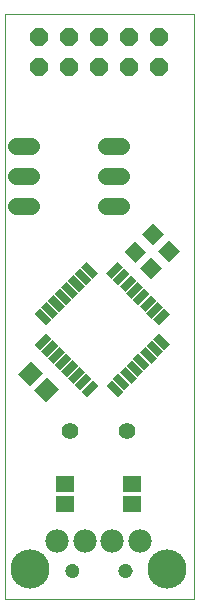
<source format=gts>
G75*
%MOIN*%
%OFA0B0*%
%FSLAX24Y24*%
%IPPOS*%
%LPD*%
%AMOC8*
5,1,8,0,0,1.08239X$1,22.5*
%
%ADD10C,0.0000*%
%ADD11C,0.0560*%
%ADD12C,0.0560*%
%ADD13R,0.0512X0.0512*%
%ADD14R,0.0540X0.0260*%
%ADD15R,0.0260X0.0540*%
%ADD16C,0.0780*%
%ADD17C,0.1306*%
%ADD18C,0.0473*%
%ADD19R,0.0631X0.0552*%
%ADD20R,0.0552X0.0631*%
%ADD21OC8,0.0600*%
D10*
X000980Y006148D02*
X000980Y025648D01*
X007280Y025648D01*
X007280Y006148D01*
X000980Y006148D01*
X003002Y007109D02*
X003004Y007138D01*
X003010Y007166D01*
X003019Y007194D01*
X003032Y007220D01*
X003049Y007243D01*
X003068Y007265D01*
X003090Y007284D01*
X003115Y007299D01*
X003141Y007312D01*
X003169Y007320D01*
X003197Y007325D01*
X003226Y007326D01*
X003255Y007323D01*
X003283Y007316D01*
X003310Y007306D01*
X003336Y007292D01*
X003359Y007275D01*
X003380Y007255D01*
X003398Y007232D01*
X003413Y007207D01*
X003424Y007180D01*
X003432Y007152D01*
X003436Y007123D01*
X003436Y007095D01*
X003432Y007066D01*
X003424Y007038D01*
X003413Y007011D01*
X003398Y006986D01*
X003380Y006963D01*
X003359Y006943D01*
X003336Y006926D01*
X003310Y006912D01*
X003283Y006902D01*
X003255Y006895D01*
X003226Y006892D01*
X003197Y006893D01*
X003169Y006898D01*
X003141Y006906D01*
X003115Y006919D01*
X003090Y006934D01*
X003068Y006953D01*
X003049Y006975D01*
X003032Y006998D01*
X003019Y007024D01*
X003010Y007052D01*
X003004Y007080D01*
X003002Y007109D01*
X004774Y007109D02*
X004776Y007138D01*
X004782Y007166D01*
X004791Y007194D01*
X004804Y007220D01*
X004821Y007243D01*
X004840Y007265D01*
X004862Y007284D01*
X004887Y007299D01*
X004913Y007312D01*
X004941Y007320D01*
X004969Y007325D01*
X004998Y007326D01*
X005027Y007323D01*
X005055Y007316D01*
X005082Y007306D01*
X005108Y007292D01*
X005131Y007275D01*
X005152Y007255D01*
X005170Y007232D01*
X005185Y007207D01*
X005196Y007180D01*
X005204Y007152D01*
X005208Y007123D01*
X005208Y007095D01*
X005204Y007066D01*
X005196Y007038D01*
X005185Y007011D01*
X005170Y006986D01*
X005152Y006963D01*
X005131Y006943D01*
X005108Y006926D01*
X005082Y006912D01*
X005055Y006902D01*
X005027Y006895D01*
X004998Y006892D01*
X004969Y006893D01*
X004941Y006898D01*
X004913Y006906D01*
X004887Y006919D01*
X004862Y006934D01*
X004840Y006953D01*
X004821Y006975D01*
X004804Y006998D01*
X004791Y007024D01*
X004782Y007052D01*
X004776Y007080D01*
X004774Y007109D01*
D11*
X005055Y011773D03*
X003155Y011773D03*
D12*
X004345Y019273D02*
X004865Y019273D01*
X004865Y020273D02*
X004345Y020273D01*
X004345Y021273D02*
X004865Y021273D01*
X001865Y021273D02*
X001345Y021273D01*
X001345Y020273D02*
X001865Y020273D01*
X001865Y019273D02*
X001345Y019273D01*
D13*
G36*
X005338Y018093D02*
X005700Y017731D01*
X005338Y017369D01*
X004976Y017731D01*
X005338Y018093D01*
G37*
G36*
X005863Y017543D02*
X006225Y017181D01*
X005863Y016819D01*
X005501Y017181D01*
X005863Y017543D01*
G37*
G36*
X005922Y018677D02*
X006284Y018315D01*
X005922Y017953D01*
X005560Y018315D01*
X005922Y018677D01*
G37*
G36*
X006447Y018127D02*
X006809Y017765D01*
X006447Y017403D01*
X006085Y017765D01*
X006447Y018127D01*
G37*
D14*
G36*
X006264Y015884D02*
X005884Y015504D01*
X005700Y015688D01*
X006080Y016068D01*
X006264Y015884D01*
G37*
G36*
X006486Y015661D02*
X006106Y015281D01*
X005922Y015465D01*
X006302Y015845D01*
X006486Y015661D01*
G37*
G36*
X006041Y016107D02*
X005661Y015727D01*
X005477Y015911D01*
X005857Y016291D01*
X006041Y016107D01*
G37*
G36*
X005818Y016330D02*
X005438Y015950D01*
X005254Y016134D01*
X005634Y016514D01*
X005818Y016330D01*
G37*
G36*
X005596Y016552D02*
X005216Y016172D01*
X005032Y016356D01*
X005412Y016736D01*
X005596Y016552D01*
G37*
G36*
X005373Y016775D02*
X004993Y016395D01*
X004809Y016579D01*
X005189Y016959D01*
X005373Y016775D01*
G37*
G36*
X005150Y016998D02*
X004770Y016618D01*
X004586Y016802D01*
X004966Y017182D01*
X005150Y016998D01*
G37*
G36*
X004928Y017220D02*
X004548Y016840D01*
X004364Y017024D01*
X004744Y017404D01*
X004928Y017220D01*
G37*
G36*
X004096Y013271D02*
X003716Y012891D01*
X003532Y013075D01*
X003912Y013455D01*
X004096Y013271D01*
G37*
G36*
X003874Y013494D02*
X003494Y013114D01*
X003310Y013298D01*
X003690Y013678D01*
X003874Y013494D01*
G37*
G36*
X003651Y013717D02*
X003271Y013337D01*
X003087Y013521D01*
X003467Y013901D01*
X003651Y013717D01*
G37*
G36*
X003428Y013940D02*
X003048Y013560D01*
X002864Y013744D01*
X003244Y014124D01*
X003428Y013940D01*
G37*
G36*
X003206Y014162D02*
X002826Y013782D01*
X002642Y013966D01*
X003022Y014346D01*
X003206Y014162D01*
G37*
G36*
X002983Y014385D02*
X002603Y014005D01*
X002419Y014189D01*
X002799Y014569D01*
X002983Y014385D01*
G37*
G36*
X002760Y014608D02*
X002380Y014228D01*
X002196Y014412D01*
X002576Y014792D01*
X002760Y014608D01*
G37*
G36*
X002538Y014830D02*
X002158Y014450D01*
X001974Y014634D01*
X002354Y015014D01*
X002538Y014830D01*
G37*
D15*
G36*
X002538Y015465D02*
X002354Y015281D01*
X001974Y015661D01*
X002158Y015845D01*
X002538Y015465D01*
G37*
G36*
X002760Y015688D02*
X002576Y015504D01*
X002196Y015884D01*
X002380Y016068D01*
X002760Y015688D01*
G37*
G36*
X002983Y015911D02*
X002799Y015727D01*
X002419Y016107D01*
X002603Y016291D01*
X002983Y015911D01*
G37*
G36*
X003206Y016134D02*
X003022Y015950D01*
X002642Y016330D01*
X002826Y016514D01*
X003206Y016134D01*
G37*
G36*
X003428Y016356D02*
X003244Y016172D01*
X002864Y016552D01*
X003048Y016736D01*
X003428Y016356D01*
G37*
G36*
X003651Y016579D02*
X003467Y016395D01*
X003087Y016775D01*
X003271Y016959D01*
X003651Y016579D01*
G37*
G36*
X003874Y016802D02*
X003690Y016618D01*
X003310Y016998D01*
X003494Y017182D01*
X003874Y016802D01*
G37*
G36*
X004096Y017024D02*
X003912Y016840D01*
X003532Y017220D01*
X003716Y017404D01*
X004096Y017024D01*
G37*
G36*
X005373Y013521D02*
X005189Y013337D01*
X004809Y013717D01*
X004993Y013901D01*
X005373Y013521D01*
G37*
G36*
X005596Y013744D02*
X005412Y013560D01*
X005032Y013940D01*
X005216Y014124D01*
X005596Y013744D01*
G37*
G36*
X005818Y013966D02*
X005634Y013782D01*
X005254Y014162D01*
X005438Y014346D01*
X005818Y013966D01*
G37*
G36*
X006041Y014189D02*
X005857Y014005D01*
X005477Y014385D01*
X005661Y014569D01*
X006041Y014189D01*
G37*
G36*
X006264Y014412D02*
X006080Y014228D01*
X005700Y014608D01*
X005884Y014792D01*
X006264Y014412D01*
G37*
G36*
X006486Y014634D02*
X006302Y014450D01*
X005922Y014830D01*
X006106Y015014D01*
X006486Y014634D01*
G37*
G36*
X005150Y013298D02*
X004966Y013114D01*
X004586Y013494D01*
X004770Y013678D01*
X005150Y013298D01*
G37*
G36*
X004928Y013075D02*
X004744Y012891D01*
X004364Y013271D01*
X004548Y013455D01*
X004928Y013075D01*
G37*
D16*
X004549Y008093D03*
X003661Y008093D03*
X002727Y008093D03*
X005483Y008093D03*
D17*
X006388Y007148D03*
X001822Y007148D03*
D18*
X003219Y007109D03*
X004991Y007109D03*
D19*
X005230Y009313D03*
X005230Y009983D03*
X002980Y009983D03*
X002980Y009313D03*
D20*
G36*
X002396Y013550D02*
X002786Y013160D01*
X002342Y012716D01*
X001952Y013106D01*
X002396Y013550D01*
G37*
G36*
X001868Y014079D02*
X002258Y013689D01*
X001814Y013245D01*
X001424Y013635D01*
X001868Y014079D01*
G37*
D21*
X002130Y023898D03*
X002130Y024898D03*
X003130Y024898D03*
X003130Y023898D03*
X004130Y023898D03*
X004130Y024898D03*
X005130Y024898D03*
X005130Y023898D03*
X006130Y023898D03*
X006130Y024898D03*
M02*

</source>
